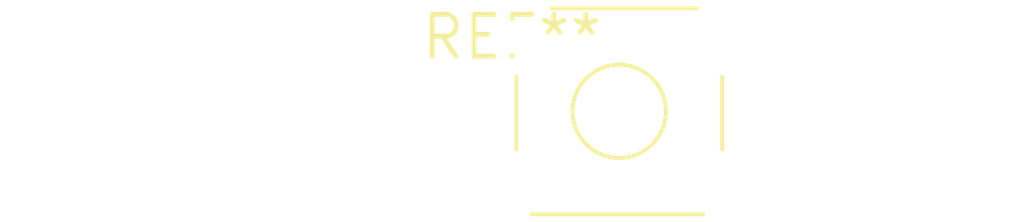
<source format=kicad_pcb>
(kicad_pcb (version 20240108) (generator pcbnew)
  (layers (0 "F.Cu" signal) (31 "B.Cu" signal) (34 "B.Paste" user) (35 "F.Paste" user) (36 "B.SilkS" user "B.Silkscreen") (37 "F.SilkS" user "F.Silkscreen") (38 "B.Mask" user) (39 "F.Mask" user) (44 "Edge.Cuts" user))
  (net 0 "")
  (footprint "SW_TH_Tactile_Omron_B3F-10xx" (layer "F.Cu") (at 0 0)
    (property "Reference" "REF**")
    (property "Value" "SW_TH_Tactile_Omron_B3F-10xx")
    (fp_line (start 0.13 3.4) (end 0.13 1.2) (layer "F.SilkS") (stroke (width 0.12)))
    (fp_line (start 0.6 5.37) (end 5.8 5.37) (layer "F.SilkS") (stroke (width 0.12)))
    (fp_line (start 1.2 -0.87) (end 5.6 -0.87) (layer "F.SilkS") (stroke (width 0.12)))
    (fp_line (start 6.37 1.2) (end 6.37 3.4) (layer "F.SilkS") (stroke (width 0.12)))
    (fp_circle (center 3.25 2.25) (end 4.25 3.25) (layer "F.SilkS") (stroke (width 0.12)) (fill none))
    (pad "1" thru_hole rect (at 0 0) (size 1.7 1.7) (drill 1) (layers *.Cu *.Mask) (remove_unused_layers))
    (pad "1" thru_hole circle (at 6.5 0) (size 1.7 1.7) (drill 1) (layers *.Cu *.Mask) (remove_unused_layers))
    (pad "2" thru_hole circle (at 0 4.5) (size 1.7 1.7) (drill 1) (layers *.Cu *.Mask) (remove_unused_layers))
    (pad "2" thru_hole circle (at 6.5 4.5) (size 1.7 1.7) (drill 1) (layers *.Cu *.Mask) (remove_unused_layers))
  )
)
</source>
